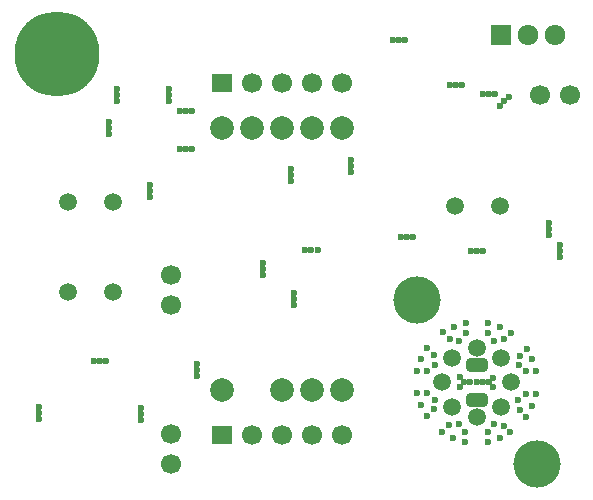
<source format=gbs>
%TF.GenerationSoftware,KiCad,Pcbnew,8.0.6*%
%TF.CreationDate,2024-11-21T00:19:29+01:00*%
%TF.ProjectId,3458A Ref A9 Clone,33343538-4120-4526-9566-20413920436c,rev?*%
%TF.SameCoordinates,Original*%
%TF.FileFunction,Soldermask,Bot*%
%TF.FilePolarity,Negative*%
%FSLAX46Y46*%
G04 Gerber Fmt 4.6, Leading zero omitted, Abs format (unit mm)*
G04 Created by KiCad (PCBNEW 8.0.6) date 2024-11-21 00:19:29*
%MOMM*%
%LPD*%
G01*
G04 APERTURE LIST*
G04 Aperture macros list*
%AMRoundRect*
0 Rectangle with rounded corners*
0 $1 Rounding radius*
0 $2 $3 $4 $5 $6 $7 $8 $9 X,Y pos of 4 corners*
0 Add a 4 corners polygon primitive as box body*
4,1,4,$2,$3,$4,$5,$6,$7,$8,$9,$2,$3,0*
0 Add four circle primitives for the rounded corners*
1,1,$1+$1,$2,$3*
1,1,$1+$1,$4,$5*
1,1,$1+$1,$6,$7*
1,1,$1+$1,$8,$9*
0 Add four rect primitives between the rounded corners*
20,1,$1+$1,$2,$3,$4,$5,0*
20,1,$1+$1,$4,$5,$6,$7,0*
20,1,$1+$1,$6,$7,$8,$9,0*
20,1,$1+$1,$8,$9,$2,$3,0*%
G04 Aperture macros list end*
%ADD10C,1.500000*%
%ADD11C,2.000000*%
%ADD12R,1.700000X1.524000*%
%ADD13C,1.700000*%
%ADD14C,4.000000*%
%ADD15R,1.710000X1.800000*%
%ADD16O,1.710000X1.800000*%
%ADD17C,7.200000*%
%ADD18RoundRect,0.250000X-0.650000X0.325000X-0.650000X-0.325000X0.650000X-0.325000X0.650000X0.325000X0*%
%ADD19C,0.600000*%
G04 APERTURE END LIST*
D10*
%TO.C,R415*%
X135001000Y-109270800D03*
X138811000Y-109270800D03*
%TD*%
%TO.C,R413*%
X171577000Y-109601000D03*
X167767000Y-109601000D03*
%TD*%
%TO.C,U401*%
X172543018Y-124519986D03*
X171687770Y-122455234D03*
X169623018Y-121599986D03*
X167558266Y-122455234D03*
X166703018Y-124519986D03*
X167558266Y-126584738D03*
X169623018Y-127439986D03*
X171687770Y-126584738D03*
%TD*%
D11*
%TO.C,J400*%
X148080000Y-125130000D03*
X153160000Y-125130000D03*
X155700000Y-125130000D03*
X158240000Y-125130000D03*
D12*
X148080000Y-128940000D03*
D13*
X150620000Y-128940000D03*
X153160000Y-128940000D03*
X155700000Y-128940000D03*
X158240000Y-128940000D03*
%TD*%
D10*
%TO.C,R414*%
X138811000Y-116890800D03*
X135001000Y-116890800D03*
%TD*%
D14*
%TO.C,REF\u002A\u002A*%
X174713949Y-131466051D03*
%TD*%
%TO.C,REF\u002A\u002A*%
X164563949Y-117576051D03*
%TD*%
D13*
%TO.C,TP2*%
X143713200Y-131445000D03*
%TD*%
%TO.C,TP6*%
X174955200Y-100177600D03*
%TD*%
%TO.C,TP3*%
X143715000Y-115443000D03*
%TD*%
%TO.C,TP4*%
X143715000Y-117983000D03*
%TD*%
D15*
%TO.C,Q401*%
X171715000Y-95122000D03*
D16*
X173994999Y-95122000D03*
X176275000Y-95122000D03*
%TD*%
D17*
%TO.C,REF\u002A\u002A*%
X134073840Y-96696051D03*
%TD*%
D13*
%TO.C,TP5*%
X177495200Y-100177600D03*
%TD*%
%TO.C,TP1*%
X143713200Y-128905000D03*
%TD*%
D11*
%TO.C,J401*%
X158250000Y-103020000D03*
X155710000Y-103020000D03*
X153170000Y-103020000D03*
X150630000Y-103020000D03*
X148090000Y-103020000D03*
D12*
X148090000Y-99210000D03*
D13*
X150630000Y-99210000D03*
X153170000Y-99210000D03*
X155710000Y-99210000D03*
X158250000Y-99210000D03*
%TD*%
D18*
%TO.C,C2*%
X169630018Y-123044985D03*
X169630018Y-125994987D03*
%TD*%
D19*
X162560001Y-95504001D03*
X137718800Y-122682000D03*
X154178000Y-116967000D03*
X169113200Y-113411000D03*
X154178000Y-117983000D03*
X154178000Y-117475000D03*
X138226800Y-122682000D03*
X137210801Y-122682001D03*
X170129199Y-113410999D03*
X169621200Y-113411000D03*
X163068000Y-95504000D03*
X163576000Y-95504000D03*
X139164699Y-100203001D03*
X159004000Y-106172000D03*
X153896699Y-106425999D03*
X145923000Y-123952001D03*
X159004000Y-106680000D03*
X145541999Y-104726099D03*
X159003999Y-105664000D03*
X145034000Y-104726100D03*
X141935200Y-107822999D03*
X144526000Y-104726100D03*
X132588000Y-127635000D03*
X145922999Y-122936001D03*
X132588000Y-127127000D03*
X141935200Y-108331000D03*
X141935201Y-108838999D03*
X139164700Y-100710998D03*
X153896700Y-107441999D03*
X132588000Y-126619000D03*
X139164699Y-99694998D03*
X153896699Y-106934000D03*
X145923000Y-123443998D03*
X141224000Y-126644400D03*
X151559900Y-114935000D03*
X151559900Y-114427000D03*
X141224000Y-127152400D03*
X141224000Y-127660400D03*
X151559900Y-115443000D03*
X167386000Y-99314000D03*
X175768000Y-111506000D03*
X167894000Y-99314000D03*
X168402000Y-99314000D03*
X175768001Y-112013999D03*
X175768000Y-110998000D03*
X167672582Y-129230870D03*
X168660411Y-129536199D03*
X173263271Y-126836632D03*
X170688000Y-124519986D03*
X168216436Y-124941614D03*
X167352836Y-120871572D03*
X170599625Y-120329957D03*
X168660411Y-128710015D03*
X165981604Y-126797168D03*
X170561000Y-128727200D03*
X173176832Y-123063000D03*
X164610004Y-125450968D03*
X165422804Y-125450968D03*
X170561000Y-129540000D03*
X168216436Y-124103414D03*
X173837232Y-123589004D03*
X164613805Y-123550379D03*
X164914804Y-126466968D03*
X173168239Y-125997718D03*
X174646231Y-125489593D03*
X168173032Y-120973172D03*
X171946664Y-120886733D03*
X174650032Y-123589004D03*
X166768636Y-120287372D03*
X171587454Y-119809102D03*
X171107750Y-120981765D03*
X165422028Y-121628604D03*
X165439989Y-123550379D03*
X171907200Y-128168400D03*
X166083204Y-125976972D03*
X167683036Y-119804772D03*
X170180000Y-124519986D03*
X173278432Y-122242804D03*
X173820047Y-125489593D03*
X172521400Y-120311996D03*
X171043600Y-124942600D03*
X168699036Y-120312772D03*
X171043600Y-124104400D03*
X174340902Y-126477422D03*
X166091797Y-123042254D03*
X164919134Y-122562550D03*
X173862632Y-121658604D03*
X174345232Y-122573004D03*
X166738636Y-128727976D03*
X167313372Y-128153239D03*
X165996765Y-122203340D03*
X172491400Y-128752600D03*
X169630018Y-124519986D03*
X165397404Y-127381368D03*
X173838008Y-127411368D03*
X171577000Y-129235200D03*
X170599625Y-119503773D03*
X168572036Y-124519000D03*
X169080036Y-124519000D03*
X171087004Y-128066800D03*
X168699036Y-119499972D03*
X168152286Y-128058207D03*
X145034000Y-101521900D03*
X138531600Y-103505000D03*
X143560800Y-100710999D03*
X144526001Y-101521901D03*
X143560799Y-99695000D03*
X138531600Y-102997000D03*
X138531599Y-102489001D03*
X143560800Y-100203001D03*
X145542000Y-101521900D03*
X164211000Y-112217200D03*
X176657001Y-113918999D03*
X176657000Y-112903000D03*
X163195000Y-112217200D03*
X172339000Y-100330000D03*
X176657000Y-113411000D03*
X171577000Y-101092000D03*
X163703000Y-112217200D03*
X171958000Y-100711000D03*
X170149185Y-100126800D03*
X171226815Y-100126800D03*
X156210000Y-113284000D03*
X155067000Y-113284000D03*
X155637000Y-113284000D03*
X170688000Y-100126800D03*
M02*

</source>
